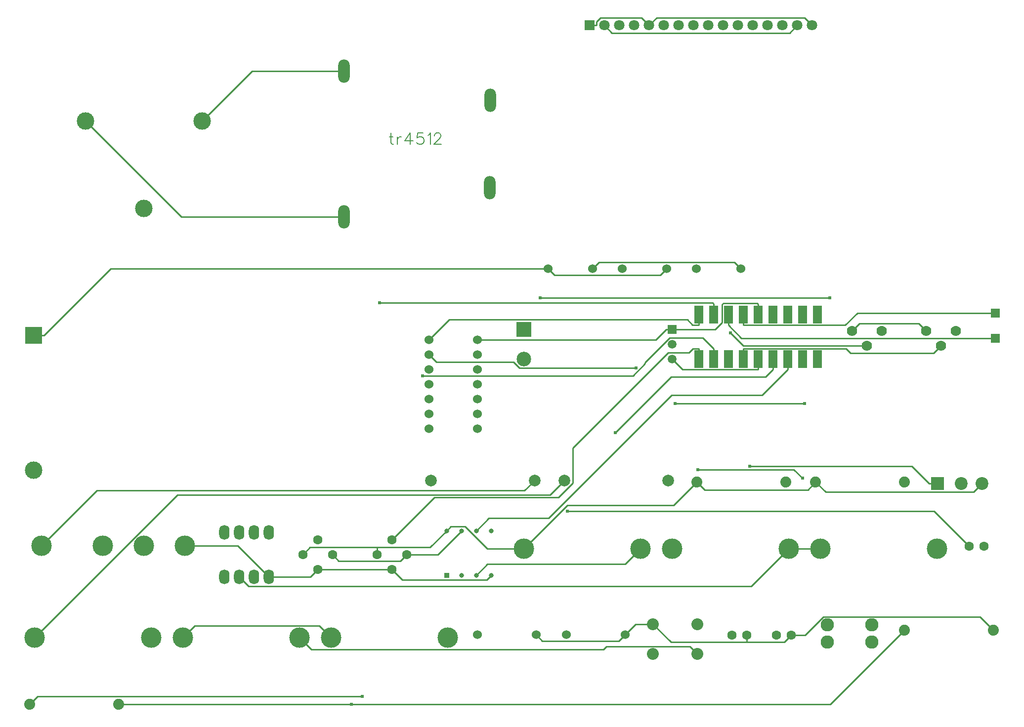
<source format=gtl>
G04 Layer: TopLayer*
G04 EasyEDA v6.5.37, 2023-12-04 20:02:08*
G04 2e98f3c38e0144009ebeba7f84222000,10*
G04 Gerber Generator version 0.2*
G04 Scale: 100 percent, Rotated: No, Reflected: No *
G04 Dimensions in millimeters *
G04 leading zeros omitted , absolute positions ,4 integer and 5 decimal *
%FSLAX45Y45*%
%MOMM*%

%ADD10C,0.2032*%
%ADD11C,0.2540*%
%ADD12R,3.0000X3.0000*%
%ADD13C,3.0000*%
%ADD14C,1.5240*%
%ADD15C,1.6000*%
%ADD16C,2.2860*%
%ADD17C,3.5000*%
%ADD18C,2.0000*%
%ADD19C,1.8000*%
%ADD20R,1.8000X1.8000*%
%ADD21C,1.7780*%
%ADD22C,1.8796*%
%ADD23C,2.0320*%
%ADD24O,1.9999959999999999X3.9999919999999998*%
%ADD25R,1.5240X3.0480*%
%ADD26R,2.2000X2.2000*%
%ADD27C,2.2000*%
%ADD28R,0.8382X0.8382*%
%ADD29C,0.8382*%
%ADD30R,1.5080X1.5080*%
%ADD31C,1.5080*%
%ADD32R,2.4999X2.4999*%
%ADD33C,2.4999*%
%ADD34O,1.778X2.54*%
%ADD35R,1.5240X1.5240*%
%ADD36C,0.6096*%
%ADD37C,0.0159*%

%LPD*%
D10*
X11604932Y5054648D02*
G01*
X11604932Y4897422D01*
X11614330Y4869736D01*
X11632618Y4860592D01*
X11651160Y4860592D01*
X11577246Y4989878D02*
G01*
X11642016Y4989878D01*
X11712120Y4989878D02*
G01*
X11712120Y4860592D01*
X11712120Y4934506D02*
G01*
X11721518Y4962192D01*
X11739806Y4980734D01*
X11758348Y4989878D01*
X11786034Y4989878D01*
X11939450Y5054648D02*
G01*
X11846994Y4925362D01*
X11985678Y4925362D01*
X11939450Y5054648D02*
G01*
X11939450Y4860592D01*
X12157382Y5054648D02*
G01*
X12064926Y5054648D01*
X12055782Y4971336D01*
X12064926Y4980734D01*
X12092612Y4989878D01*
X12120298Y4989878D01*
X12148238Y4980734D01*
X12166526Y4962192D01*
X12175924Y4934506D01*
X12175924Y4915964D01*
X12166526Y4888278D01*
X12148238Y4869736D01*
X12120298Y4860592D01*
X12092612Y4860592D01*
X12064926Y4869736D01*
X12055782Y4879134D01*
X12046638Y4897422D01*
X12236884Y5017564D02*
G01*
X12255172Y5026962D01*
X12282858Y5054648D01*
X12282858Y4860592D01*
X12353216Y5008420D02*
G01*
X12353216Y5017564D01*
X12362360Y5036106D01*
X12371758Y5045250D01*
X12390046Y5054648D01*
X12427130Y5054648D01*
X12445418Y5045250D01*
X12454816Y5036106D01*
X12463960Y5017564D01*
X12463960Y4999022D01*
X12454816Y4980734D01*
X12436274Y4953048D01*
X12343818Y4860592D01*
X12473358Y4860592D01*
D11*
X18148302Y1181021D02*
G01*
X18148302Y1000655D01*
X15447876Y-84076D02*
G01*
X16407589Y875637D01*
X18023283Y875637D01*
X18148302Y1000655D01*
X18402302Y1181021D02*
G01*
X18402302Y1000655D01*
X13068302Y-1765302D02*
G01*
X13285574Y-1548030D01*
X14306831Y-1548030D01*
X16414777Y559915D01*
X17961587Y559915D01*
X17961587Y559940D01*
X18402302Y1000655D01*
X17132302Y1943021D02*
G01*
X17132302Y2123386D01*
X11408920Y2141369D02*
G01*
X17114319Y2141369D01*
X17132302Y2123386D01*
X16878302Y1361386D02*
G01*
X16781553Y1361386D01*
X16712389Y1292222D01*
X16358085Y1292222D01*
X14718337Y-347525D01*
X14718337Y-948667D01*
X14479323Y-1187681D01*
X12349330Y-1187681D01*
X11619308Y-1917702D01*
X16878302Y1181021D02*
G01*
X16878302Y1361386D01*
X17132302Y1181021D02*
G01*
X17132302Y1361386D01*
X12146663Y894204D02*
G01*
X15750872Y894204D01*
X15961489Y1104821D01*
X15961489Y1123261D01*
X16379700Y1541472D01*
X16952216Y1541472D01*
X17132302Y1361386D01*
X14165861Y2226358D02*
G01*
X19121605Y2226358D01*
X9004302Y-2552702D02*
G01*
X9166303Y-2714703D01*
X17778783Y-2714703D01*
X18423384Y-2070102D01*
X18963388Y-2070102D02*
G01*
X18423384Y-2070102D01*
X13068302Y-2527302D02*
G01*
X13260199Y-2335405D01*
X15618081Y-2335405D01*
X15883384Y-2070102D01*
X16857982Y-3873502D02*
G01*
X16728290Y-3743810D01*
X15300937Y-3743810D01*
X15246657Y-3798089D01*
X10245371Y-3798089D01*
X10041384Y-3594102D01*
X17640302Y1181021D02*
G01*
X17640302Y1361386D01*
X17640302Y1361386D02*
G01*
X17640429Y1361513D01*
X19401309Y1361513D01*
X19482310Y1280513D01*
X20902119Y1280513D01*
X21031304Y1409697D01*
X19761304Y1409697D02*
G01*
X17643477Y1409697D01*
X17422294Y1630880D01*
X10797313Y6119492D02*
G01*
X9229219Y6119492D01*
X8371080Y5261353D01*
X10797313Y3619497D02*
G01*
X8012940Y3619497D01*
X6371084Y5261353D01*
X5501388Y-3594102D02*
G01*
X7948602Y-1146888D01*
X14330276Y-1146888D01*
X14575462Y-901702D01*
X6944362Y-4737102D02*
G01*
X10925380Y-4737102D01*
X10925380Y-4737102D02*
G01*
X19136362Y-4737102D01*
X20406362Y-3467102D01*
X14067462Y-901702D02*
G01*
X13892761Y-1076403D01*
X6564200Y-1076403D01*
X5621301Y-2019302D01*
X16477922Y421535D02*
G01*
X18688687Y421535D01*
X12260582Y1257297D02*
G01*
X12387582Y1130297D01*
X13702718Y1130297D01*
X13805664Y1027351D01*
X15801190Y1027351D01*
X16878302Y1943021D02*
G01*
X16878302Y1762655D01*
X16878302Y1762655D02*
G01*
X16774137Y1762655D01*
X16683941Y1852851D01*
X12602136Y1852851D01*
X12260582Y1511297D01*
X18654753Y-862865D02*
G01*
X18508042Y-716155D01*
X16860319Y-716155D01*
X13086082Y1511297D02*
G01*
X16139949Y1511297D01*
X16317749Y1689097D01*
X11365308Y-2171702D02*
G01*
X11365308Y-2049630D01*
X12560302Y-1765302D02*
G01*
X12275974Y-2049630D01*
X11365308Y-2049630D01*
X11365308Y-2049630D02*
G01*
X10217381Y-2049630D01*
X10095308Y-2171702D01*
X10581388Y-3594102D02*
G01*
X10377832Y-3390546D01*
X8244944Y-3390546D01*
X8041388Y-3594102D01*
X12560302Y-1765302D02*
G01*
X12634318Y-1691286D01*
X12878132Y-1691286D01*
X13256948Y-2070102D01*
X13883388Y-2070102D01*
X13883388Y-2070102D02*
G01*
X14626668Y-1326822D01*
X16450642Y-1326822D01*
X16850362Y-927102D01*
X18882362Y-927102D02*
G01*
X18748428Y-1061036D01*
X16984296Y-1061036D01*
X16850362Y-927102D01*
X18882362Y-927102D02*
G01*
X19053329Y-1098069D01*
X21584135Y-1098069D01*
X21729702Y-952502D01*
X15264894Y6899501D02*
G01*
X15393215Y6771180D01*
X18438573Y6771180D01*
X18566894Y6899501D01*
X16369438Y1689097D02*
G01*
X16317749Y1689097D01*
X16369438Y1689097D02*
G01*
X16421102Y1689097D01*
X16421102Y1689097D02*
G01*
X17163214Y1689097D01*
X17281730Y1807613D01*
X17281730Y2116096D01*
X17300907Y2135273D01*
X17882415Y2135273D01*
X17894302Y2123386D01*
X17894302Y1943021D02*
G01*
X17894302Y2123386D01*
X15059662Y2730497D02*
G01*
X15170076Y2840911D01*
X17489248Y2840911D01*
X17599662Y2730497D01*
X20967702Y-952502D02*
G01*
X20829729Y-952502D01*
X20829729Y-952502D02*
G01*
X20532473Y-655246D01*
X17755745Y-655246D01*
X11117963Y-4605835D02*
G01*
X5551629Y-4605835D01*
X5420362Y-4737102D01*
X14629996Y-1430378D02*
G01*
X20911670Y-1430378D01*
X21513294Y-2032002D01*
X21958302Y1968497D02*
G01*
X19596280Y1968497D01*
X19390311Y1762528D01*
X17640429Y1762528D01*
X17640302Y1762655D01*
X17640302Y1943021D02*
G01*
X17640302Y1762655D01*
X12814302Y-1765302D02*
G01*
X12407902Y-2171702D01*
X11873308Y-2171702D01*
X11873308Y-2171702D02*
G01*
X11765206Y-2279804D01*
X10711411Y-2279804D01*
X10603308Y-2171702D01*
X17386302Y1943021D02*
G01*
X17386302Y1762655D01*
X21958302Y1536697D02*
G01*
X17612260Y1536697D01*
X17386302Y1762655D01*
X9512302Y-2552702D02*
G01*
X10222308Y-2552702D01*
X10349308Y-2425702D01*
X16421102Y1181097D02*
G01*
X16601671Y1000528D01*
X17894175Y1000528D01*
X17894302Y1000655D01*
X17894302Y1181021D02*
G01*
X17894302Y1000655D01*
X10349308Y-2425702D02*
G01*
X11619308Y-2425702D01*
X11619308Y-2425702D02*
G01*
X11797591Y-2603985D01*
X13245619Y-2603985D01*
X13322302Y-2527302D01*
X20777304Y1663697D02*
G01*
X20649237Y1791764D01*
X19635370Y1791764D01*
X19507304Y1663697D01*
X15010894Y6899501D02*
G01*
X15128852Y6899501D01*
X15128852Y6899501D02*
G01*
X15128852Y6958479D01*
X15198168Y7027796D01*
X15898599Y7027796D01*
X16026894Y6899501D01*
X16026894Y6899501D02*
G01*
X16156688Y7029295D01*
X18691100Y7029295D01*
X18820894Y6899501D01*
X8071309Y-2019302D02*
G01*
X8978902Y-2019302D01*
X9512302Y-2552702D01*
X17699230Y-3674645D02*
G01*
X17699230Y-3556002D01*
X17699230Y-3674645D02*
G01*
X16405125Y-3674645D01*
X16095982Y-3365502D01*
X16095982Y-3365502D02*
G01*
X15797913Y-3365502D01*
X15615312Y-3548103D01*
X15615312Y-3548103D02*
G01*
X15508353Y-3655062D01*
X14198272Y-3655062D01*
X14091312Y-3548103D01*
X17699230Y-3674645D02*
G01*
X18342587Y-3674645D01*
X18461230Y-3556002D01*
X18461230Y-3556002D02*
G01*
X18697958Y-3556002D01*
X19018150Y-3235810D01*
X21699070Y-3235810D01*
X21930362Y-3467102D01*
X16329662Y2730497D02*
G01*
X16217496Y2618331D01*
X14409828Y2618331D01*
X14297662Y2730497D01*
X14297662Y2730497D02*
G01*
X6802427Y2730497D01*
X5659427Y1587497D01*
X5481449Y1587497D02*
G01*
X5659427Y1587497D01*
D12*
G01*
X5481459Y1587500D03*
D13*
G01*
X5481459Y-723900D03*
D14*
G01*
X13091312Y-3548100D03*
G01*
X14091310Y-3548100D03*
G01*
X14615312Y-3548100D03*
G01*
X15615310Y-3548100D03*
D15*
G01*
X21763222Y-2032000D03*
G01*
X21513286Y-2032000D03*
G01*
X17699222Y-3556000D03*
G01*
X17449286Y-3556000D03*
G01*
X18461222Y-3556000D03*
G01*
X18211286Y-3556000D03*
D16*
G01*
X19083299Y-3670300D03*
G01*
X19083299Y-3378200D03*
G01*
X19845299Y-3670300D03*
G01*
X19845299Y-3378200D03*
D17*
G01*
X5621299Y-2019300D03*
G01*
X6671309Y-2019300D03*
G01*
X7371308Y-2019300D03*
G01*
X8071307Y-2019300D03*
D14*
G01*
X14297657Y2730500D03*
G01*
X15059657Y2730500D03*
G01*
X15567657Y2730500D03*
G01*
X16329657Y2730500D03*
G01*
X16837657Y2730500D03*
G01*
X17599657Y2730500D03*
D18*
G01*
X12289459Y-901700D03*
G01*
X14067459Y-901700D03*
G01*
X14575459Y-901700D03*
G01*
X16353459Y-901700D03*
D13*
G01*
X6371081Y5261355D03*
G01*
X8371077Y5261355D03*
G01*
X7369047Y3762502D03*
D19*
G01*
X18820891Y6899503D03*
G01*
X18566891Y6899503D03*
G01*
X18312891Y6899503D03*
G01*
X18058891Y6899503D03*
G01*
X17804891Y6899503D03*
G01*
X17550891Y6899503D03*
G01*
X17296891Y6899503D03*
G01*
X17042891Y6899503D03*
G01*
X16788891Y6899503D03*
G01*
X16534891Y6899503D03*
G01*
X16280891Y6899503D03*
G01*
X16026891Y6899503D03*
G01*
X15772891Y6899503D03*
G01*
X15518891Y6899503D03*
G01*
X15264891Y6899503D03*
D20*
G01*
X15010891Y6899503D03*
D21*
G01*
X19761299Y1409700D03*
G01*
X20015299Y1663700D03*
G01*
X19507299Y1663700D03*
G01*
X21031299Y1409700D03*
G01*
X21285299Y1663700D03*
G01*
X20777299Y1663700D03*
D22*
G01*
X16850359Y-927100D03*
G01*
X18374359Y-927100D03*
G01*
X18882359Y-927100D03*
G01*
X20406359Y-927100D03*
G01*
X20406359Y-3467100D03*
G01*
X21930359Y-3467100D03*
G01*
X5420359Y-4737100D03*
G01*
X6944359Y-4737100D03*
D17*
G01*
X5501386Y-3594100D03*
G01*
X7501381Y-3594100D03*
G01*
X8041386Y-3594100D03*
G01*
X10041381Y-3594100D03*
G01*
X10581386Y-3594100D03*
G01*
X12581381Y-3594100D03*
G01*
X13883386Y-2070100D03*
G01*
X15883381Y-2070100D03*
G01*
X16423386Y-2070100D03*
G01*
X18423381Y-2070100D03*
G01*
X18963386Y-2070100D03*
G01*
X20963381Y-2070100D03*
D23*
G01*
X16095979Y-3365500D03*
G01*
X16857979Y-3365500D03*
G01*
X16857979Y-3873500D03*
G01*
X16095979Y-3873500D03*
D24*
G01*
X10797313Y3619500D03*
G01*
X10797313Y6119495D03*
G01*
X13307316Y5619495D03*
G01*
X13297308Y4119498D03*
D15*
G01*
X10349303Y-2425700D03*
G01*
X10095303Y-2171700D03*
G01*
X10349303Y-1917700D03*
G01*
X10603303Y-2171700D03*
G01*
X11619303Y-2425700D03*
G01*
X11365303Y-2171700D03*
G01*
X11619303Y-1917700D03*
G01*
X11873303Y-2171700D03*
D25*
G01*
X16878300Y1943023D03*
G01*
X17132300Y1943023D03*
G01*
X17386300Y1943023D03*
G01*
X17640300Y1943023D03*
G01*
X17894300Y1943023D03*
G01*
X18148300Y1943023D03*
G01*
X18402300Y1943023D03*
G01*
X18656300Y1943023D03*
G01*
X18910300Y1943023D03*
G01*
X18910300Y1181023D03*
G01*
X18656300Y1181023D03*
G01*
X18402300Y1181023D03*
G01*
X18148300Y1181023D03*
G01*
X17894300Y1181023D03*
G01*
X17640300Y1181023D03*
G01*
X17386300Y1181023D03*
G01*
X17132300Y1181023D03*
G01*
X16878300Y1181023D03*
D26*
G01*
X20967700Y-952500D03*
D27*
G01*
X21374100Y-952500D03*
G01*
X21729700Y-952500D03*
D28*
G01*
X12560300Y-2527300D03*
D29*
G01*
X12814300Y-2527300D03*
G01*
X13068300Y-2527300D03*
G01*
X13322300Y-2527300D03*
G01*
X13068300Y-1765300D03*
G01*
X12814300Y-1765300D03*
G01*
X12560300Y-1765300D03*
G01*
X13322300Y-1765300D03*
D30*
G01*
X16421100Y1689100D03*
D31*
G01*
X16421100Y1435100D03*
G01*
X16421100Y1181100D03*
D32*
G01*
X13881100Y1689100D03*
D33*
G01*
X13881100Y1181100D03*
D14*
G01*
X12260579Y1511300D03*
G01*
X12260579Y1257300D03*
G01*
X12260579Y1003300D03*
G01*
X12260579Y749300D03*
G01*
X12260579Y495300D03*
G01*
X12260579Y241300D03*
G01*
X12260579Y-12700D03*
G01*
X13086079Y1511300D03*
G01*
X13086079Y1257300D03*
G01*
X13086079Y1003300D03*
G01*
X13086079Y749300D03*
G01*
X13086079Y495300D03*
G01*
X13086079Y241300D03*
G01*
X13086079Y-12700D03*
D34*
G01*
X8750300Y-2552700D03*
G01*
X9004300Y-2552700D03*
G01*
X9004300Y-1790700D03*
G01*
X8750300Y-1790700D03*
G01*
X9258300Y-2552700D03*
G01*
X9512300Y-2552700D03*
G01*
X9258300Y-1790700D03*
G01*
X9512300Y-1790700D03*
D35*
G01*
X21958300Y1536700D03*
G01*
X21958300Y1968500D03*
D36*
G01*
X14629996Y-1430378D03*
G01*
X11117963Y-4605835D03*
G01*
X17755745Y-655246D03*
G01*
X16860319Y-716155D03*
G01*
X18654753Y-862865D03*
G01*
X18688687Y421535D03*
G01*
X16477922Y421535D03*
G01*
X15801190Y1027351D03*
G01*
X10925380Y-4737102D03*
G01*
X17422294Y1630880D03*
G01*
X19121605Y2226358D03*
G01*
X14165861Y2226358D03*
G01*
X12146663Y894204D03*
G01*
X11408920Y2141369D03*
G01*
X15447876Y-84076D03*
M02*

</source>
